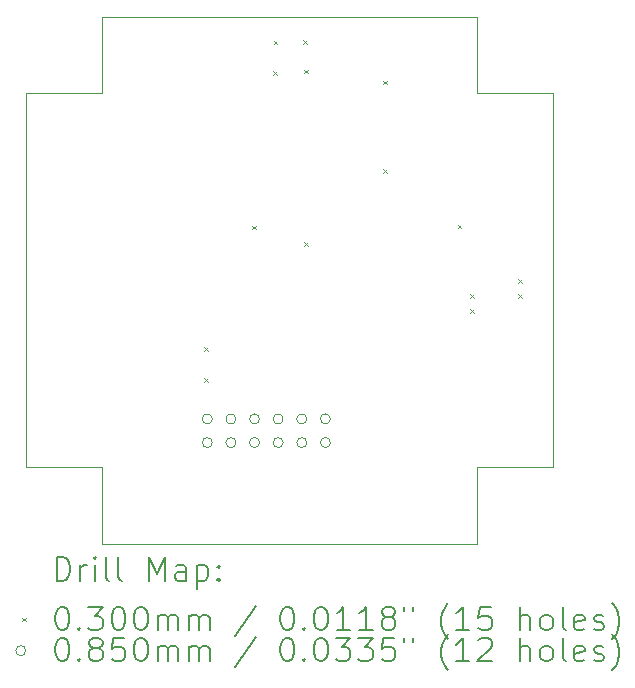
<source format=gbr>
%TF.GenerationSoftware,KiCad,Pcbnew,8.0.8*%
%TF.CreationDate,2025-05-27T15:12:43+02:00*%
%TF.ProjectId,gFocus,67466f63-7573-42e6-9b69-6361645f7063,rev?*%
%TF.SameCoordinates,Original*%
%TF.FileFunction,Drillmap*%
%TF.FilePolarity,Positive*%
%FSLAX45Y45*%
G04 Gerber Fmt 4.5, Leading zero omitted, Abs format (unit mm)*
G04 Created by KiCad (PCBNEW 8.0.8) date 2025-05-27 15:12:43*
%MOMM*%
%LPD*%
G01*
G04 APERTURE LIST*
%ADD10C,0.050000*%
%ADD11C,0.200000*%
%ADD12C,0.100000*%
G04 APERTURE END LIST*
D10*
X16175000Y-11995000D02*
X16175000Y-11350000D01*
X16820000Y-8180000D02*
X16820000Y-11350000D01*
X16175000Y-11350000D02*
X16820000Y-11350000D01*
X12360000Y-11350000D02*
X12360000Y-8180000D01*
X13005000Y-7535000D02*
X16175000Y-7535000D01*
X16820000Y-8180000D02*
X16175000Y-8180000D01*
X16175000Y-7535000D02*
X16175000Y-8180000D01*
X16175000Y-11995000D02*
X13005000Y-11995000D01*
X12360000Y-8180000D02*
X13005000Y-8180000D01*
X13005000Y-7535000D02*
X13005000Y-8180000D01*
X13005000Y-11995000D02*
X13005000Y-11350000D01*
X12360000Y-11350000D02*
X13005000Y-11350000D01*
D11*
D12*
X13867500Y-10335000D02*
X13897500Y-10365000D01*
X13897500Y-10335000D02*
X13867500Y-10365000D01*
X13868750Y-10595000D02*
X13898750Y-10625000D01*
X13898750Y-10595000D02*
X13868750Y-10625000D01*
X14275000Y-9305000D02*
X14305000Y-9335000D01*
X14305000Y-9305000D02*
X14275000Y-9335000D01*
X14455000Y-7995000D02*
X14485000Y-8025000D01*
X14485000Y-7995000D02*
X14455000Y-8025000D01*
X14457401Y-7737170D02*
X14487401Y-7767170D01*
X14487401Y-7737170D02*
X14457401Y-7767170D01*
X14705000Y-7735000D02*
X14735000Y-7765000D01*
X14735000Y-7735000D02*
X14705000Y-7765000D01*
X14715000Y-7985000D02*
X14745000Y-8015000D01*
X14745000Y-7985000D02*
X14715000Y-8015000D01*
X14715000Y-9445000D02*
X14745000Y-9475000D01*
X14745000Y-9445000D02*
X14715000Y-9475000D01*
X15385000Y-8075000D02*
X15415000Y-8105000D01*
X15415000Y-8075000D02*
X15385000Y-8105000D01*
X15385000Y-8825000D02*
X15415000Y-8855000D01*
X15415000Y-8825000D02*
X15385000Y-8855000D01*
X16015000Y-9295000D02*
X16045000Y-9325000D01*
X16045000Y-9295000D02*
X16015000Y-9325000D01*
X16118750Y-9885500D02*
X16148750Y-9915500D01*
X16148750Y-9885500D02*
X16118750Y-9915500D01*
X16118750Y-10012500D02*
X16148750Y-10042500D01*
X16148750Y-10012500D02*
X16118750Y-10042500D01*
X16525750Y-9756500D02*
X16555750Y-9786500D01*
X16555750Y-9756500D02*
X16525750Y-9786500D01*
X16527250Y-9885250D02*
X16557250Y-9915250D01*
X16557250Y-9885250D02*
X16527250Y-9915250D01*
X13937000Y-10940000D02*
G75*
G02*
X13852000Y-10940000I-42500J0D01*
G01*
X13852000Y-10940000D02*
G75*
G02*
X13937000Y-10940000I42500J0D01*
G01*
X13937000Y-11140000D02*
G75*
G02*
X13852000Y-11140000I-42500J0D01*
G01*
X13852000Y-11140000D02*
G75*
G02*
X13937000Y-11140000I42500J0D01*
G01*
X14137000Y-10940000D02*
G75*
G02*
X14052000Y-10940000I-42500J0D01*
G01*
X14052000Y-10940000D02*
G75*
G02*
X14137000Y-10940000I42500J0D01*
G01*
X14137000Y-11140000D02*
G75*
G02*
X14052000Y-11140000I-42500J0D01*
G01*
X14052000Y-11140000D02*
G75*
G02*
X14137000Y-11140000I42500J0D01*
G01*
X14337000Y-10940000D02*
G75*
G02*
X14252000Y-10940000I-42500J0D01*
G01*
X14252000Y-10940000D02*
G75*
G02*
X14337000Y-10940000I42500J0D01*
G01*
X14337000Y-11140000D02*
G75*
G02*
X14252000Y-11140000I-42500J0D01*
G01*
X14252000Y-11140000D02*
G75*
G02*
X14337000Y-11140000I42500J0D01*
G01*
X14537000Y-10940000D02*
G75*
G02*
X14452000Y-10940000I-42500J0D01*
G01*
X14452000Y-10940000D02*
G75*
G02*
X14537000Y-10940000I42500J0D01*
G01*
X14537000Y-11140000D02*
G75*
G02*
X14452000Y-11140000I-42500J0D01*
G01*
X14452000Y-11140000D02*
G75*
G02*
X14537000Y-11140000I42500J0D01*
G01*
X14737000Y-10940000D02*
G75*
G02*
X14652000Y-10940000I-42500J0D01*
G01*
X14652000Y-10940000D02*
G75*
G02*
X14737000Y-10940000I42500J0D01*
G01*
X14737000Y-11140000D02*
G75*
G02*
X14652000Y-11140000I-42500J0D01*
G01*
X14652000Y-11140000D02*
G75*
G02*
X14737000Y-11140000I42500J0D01*
G01*
X14937000Y-10940000D02*
G75*
G02*
X14852000Y-10940000I-42500J0D01*
G01*
X14852000Y-10940000D02*
G75*
G02*
X14937000Y-10940000I42500J0D01*
G01*
X14937000Y-11140000D02*
G75*
G02*
X14852000Y-11140000I-42500J0D01*
G01*
X14852000Y-11140000D02*
G75*
G02*
X14937000Y-11140000I42500J0D01*
G01*
D11*
X12618277Y-12308984D02*
X12618277Y-12108984D01*
X12618277Y-12108984D02*
X12665896Y-12108984D01*
X12665896Y-12108984D02*
X12694467Y-12118508D01*
X12694467Y-12118508D02*
X12713515Y-12137555D01*
X12713515Y-12137555D02*
X12723039Y-12156603D01*
X12723039Y-12156603D02*
X12732562Y-12194698D01*
X12732562Y-12194698D02*
X12732562Y-12223269D01*
X12732562Y-12223269D02*
X12723039Y-12261365D01*
X12723039Y-12261365D02*
X12713515Y-12280412D01*
X12713515Y-12280412D02*
X12694467Y-12299460D01*
X12694467Y-12299460D02*
X12665896Y-12308984D01*
X12665896Y-12308984D02*
X12618277Y-12308984D01*
X12818277Y-12308984D02*
X12818277Y-12175650D01*
X12818277Y-12213746D02*
X12827801Y-12194698D01*
X12827801Y-12194698D02*
X12837324Y-12185174D01*
X12837324Y-12185174D02*
X12856372Y-12175650D01*
X12856372Y-12175650D02*
X12875420Y-12175650D01*
X12942086Y-12308984D02*
X12942086Y-12175650D01*
X12942086Y-12108984D02*
X12932562Y-12118508D01*
X12932562Y-12118508D02*
X12942086Y-12128031D01*
X12942086Y-12128031D02*
X12951610Y-12118508D01*
X12951610Y-12118508D02*
X12942086Y-12108984D01*
X12942086Y-12108984D02*
X12942086Y-12128031D01*
X13065896Y-12308984D02*
X13046848Y-12299460D01*
X13046848Y-12299460D02*
X13037324Y-12280412D01*
X13037324Y-12280412D02*
X13037324Y-12108984D01*
X13170658Y-12308984D02*
X13151610Y-12299460D01*
X13151610Y-12299460D02*
X13142086Y-12280412D01*
X13142086Y-12280412D02*
X13142086Y-12108984D01*
X13399229Y-12308984D02*
X13399229Y-12108984D01*
X13399229Y-12108984D02*
X13465896Y-12251841D01*
X13465896Y-12251841D02*
X13532562Y-12108984D01*
X13532562Y-12108984D02*
X13532562Y-12308984D01*
X13713515Y-12308984D02*
X13713515Y-12204222D01*
X13713515Y-12204222D02*
X13703991Y-12185174D01*
X13703991Y-12185174D02*
X13684943Y-12175650D01*
X13684943Y-12175650D02*
X13646848Y-12175650D01*
X13646848Y-12175650D02*
X13627801Y-12185174D01*
X13713515Y-12299460D02*
X13694467Y-12308984D01*
X13694467Y-12308984D02*
X13646848Y-12308984D01*
X13646848Y-12308984D02*
X13627801Y-12299460D01*
X13627801Y-12299460D02*
X13618277Y-12280412D01*
X13618277Y-12280412D02*
X13618277Y-12261365D01*
X13618277Y-12261365D02*
X13627801Y-12242317D01*
X13627801Y-12242317D02*
X13646848Y-12232793D01*
X13646848Y-12232793D02*
X13694467Y-12232793D01*
X13694467Y-12232793D02*
X13713515Y-12223269D01*
X13808753Y-12175650D02*
X13808753Y-12375650D01*
X13808753Y-12185174D02*
X13827801Y-12175650D01*
X13827801Y-12175650D02*
X13865896Y-12175650D01*
X13865896Y-12175650D02*
X13884943Y-12185174D01*
X13884943Y-12185174D02*
X13894467Y-12194698D01*
X13894467Y-12194698D02*
X13903991Y-12213746D01*
X13903991Y-12213746D02*
X13903991Y-12270888D01*
X13903991Y-12270888D02*
X13894467Y-12289936D01*
X13894467Y-12289936D02*
X13884943Y-12299460D01*
X13884943Y-12299460D02*
X13865896Y-12308984D01*
X13865896Y-12308984D02*
X13827801Y-12308984D01*
X13827801Y-12308984D02*
X13808753Y-12299460D01*
X13989705Y-12289936D02*
X13999229Y-12299460D01*
X13999229Y-12299460D02*
X13989705Y-12308984D01*
X13989705Y-12308984D02*
X13980182Y-12299460D01*
X13980182Y-12299460D02*
X13989705Y-12289936D01*
X13989705Y-12289936D02*
X13989705Y-12308984D01*
X13989705Y-12185174D02*
X13999229Y-12194698D01*
X13999229Y-12194698D02*
X13989705Y-12204222D01*
X13989705Y-12204222D02*
X13980182Y-12194698D01*
X13980182Y-12194698D02*
X13989705Y-12185174D01*
X13989705Y-12185174D02*
X13989705Y-12204222D01*
D12*
X12327500Y-12622500D02*
X12357500Y-12652500D01*
X12357500Y-12622500D02*
X12327500Y-12652500D01*
D11*
X12656372Y-12528984D02*
X12675420Y-12528984D01*
X12675420Y-12528984D02*
X12694467Y-12538508D01*
X12694467Y-12538508D02*
X12703991Y-12548031D01*
X12703991Y-12548031D02*
X12713515Y-12567079D01*
X12713515Y-12567079D02*
X12723039Y-12605174D01*
X12723039Y-12605174D02*
X12723039Y-12652793D01*
X12723039Y-12652793D02*
X12713515Y-12690888D01*
X12713515Y-12690888D02*
X12703991Y-12709936D01*
X12703991Y-12709936D02*
X12694467Y-12719460D01*
X12694467Y-12719460D02*
X12675420Y-12728984D01*
X12675420Y-12728984D02*
X12656372Y-12728984D01*
X12656372Y-12728984D02*
X12637324Y-12719460D01*
X12637324Y-12719460D02*
X12627801Y-12709936D01*
X12627801Y-12709936D02*
X12618277Y-12690888D01*
X12618277Y-12690888D02*
X12608753Y-12652793D01*
X12608753Y-12652793D02*
X12608753Y-12605174D01*
X12608753Y-12605174D02*
X12618277Y-12567079D01*
X12618277Y-12567079D02*
X12627801Y-12548031D01*
X12627801Y-12548031D02*
X12637324Y-12538508D01*
X12637324Y-12538508D02*
X12656372Y-12528984D01*
X12808753Y-12709936D02*
X12818277Y-12719460D01*
X12818277Y-12719460D02*
X12808753Y-12728984D01*
X12808753Y-12728984D02*
X12799229Y-12719460D01*
X12799229Y-12719460D02*
X12808753Y-12709936D01*
X12808753Y-12709936D02*
X12808753Y-12728984D01*
X12884943Y-12528984D02*
X13008753Y-12528984D01*
X13008753Y-12528984D02*
X12942086Y-12605174D01*
X12942086Y-12605174D02*
X12970658Y-12605174D01*
X12970658Y-12605174D02*
X12989705Y-12614698D01*
X12989705Y-12614698D02*
X12999229Y-12624222D01*
X12999229Y-12624222D02*
X13008753Y-12643269D01*
X13008753Y-12643269D02*
X13008753Y-12690888D01*
X13008753Y-12690888D02*
X12999229Y-12709936D01*
X12999229Y-12709936D02*
X12989705Y-12719460D01*
X12989705Y-12719460D02*
X12970658Y-12728984D01*
X12970658Y-12728984D02*
X12913515Y-12728984D01*
X12913515Y-12728984D02*
X12894467Y-12719460D01*
X12894467Y-12719460D02*
X12884943Y-12709936D01*
X13132562Y-12528984D02*
X13151610Y-12528984D01*
X13151610Y-12528984D02*
X13170658Y-12538508D01*
X13170658Y-12538508D02*
X13180182Y-12548031D01*
X13180182Y-12548031D02*
X13189705Y-12567079D01*
X13189705Y-12567079D02*
X13199229Y-12605174D01*
X13199229Y-12605174D02*
X13199229Y-12652793D01*
X13199229Y-12652793D02*
X13189705Y-12690888D01*
X13189705Y-12690888D02*
X13180182Y-12709936D01*
X13180182Y-12709936D02*
X13170658Y-12719460D01*
X13170658Y-12719460D02*
X13151610Y-12728984D01*
X13151610Y-12728984D02*
X13132562Y-12728984D01*
X13132562Y-12728984D02*
X13113515Y-12719460D01*
X13113515Y-12719460D02*
X13103991Y-12709936D01*
X13103991Y-12709936D02*
X13094467Y-12690888D01*
X13094467Y-12690888D02*
X13084943Y-12652793D01*
X13084943Y-12652793D02*
X13084943Y-12605174D01*
X13084943Y-12605174D02*
X13094467Y-12567079D01*
X13094467Y-12567079D02*
X13103991Y-12548031D01*
X13103991Y-12548031D02*
X13113515Y-12538508D01*
X13113515Y-12538508D02*
X13132562Y-12528984D01*
X13323039Y-12528984D02*
X13342086Y-12528984D01*
X13342086Y-12528984D02*
X13361134Y-12538508D01*
X13361134Y-12538508D02*
X13370658Y-12548031D01*
X13370658Y-12548031D02*
X13380182Y-12567079D01*
X13380182Y-12567079D02*
X13389705Y-12605174D01*
X13389705Y-12605174D02*
X13389705Y-12652793D01*
X13389705Y-12652793D02*
X13380182Y-12690888D01*
X13380182Y-12690888D02*
X13370658Y-12709936D01*
X13370658Y-12709936D02*
X13361134Y-12719460D01*
X13361134Y-12719460D02*
X13342086Y-12728984D01*
X13342086Y-12728984D02*
X13323039Y-12728984D01*
X13323039Y-12728984D02*
X13303991Y-12719460D01*
X13303991Y-12719460D02*
X13294467Y-12709936D01*
X13294467Y-12709936D02*
X13284943Y-12690888D01*
X13284943Y-12690888D02*
X13275420Y-12652793D01*
X13275420Y-12652793D02*
X13275420Y-12605174D01*
X13275420Y-12605174D02*
X13284943Y-12567079D01*
X13284943Y-12567079D02*
X13294467Y-12548031D01*
X13294467Y-12548031D02*
X13303991Y-12538508D01*
X13303991Y-12538508D02*
X13323039Y-12528984D01*
X13475420Y-12728984D02*
X13475420Y-12595650D01*
X13475420Y-12614698D02*
X13484943Y-12605174D01*
X13484943Y-12605174D02*
X13503991Y-12595650D01*
X13503991Y-12595650D02*
X13532563Y-12595650D01*
X13532563Y-12595650D02*
X13551610Y-12605174D01*
X13551610Y-12605174D02*
X13561134Y-12624222D01*
X13561134Y-12624222D02*
X13561134Y-12728984D01*
X13561134Y-12624222D02*
X13570658Y-12605174D01*
X13570658Y-12605174D02*
X13589705Y-12595650D01*
X13589705Y-12595650D02*
X13618277Y-12595650D01*
X13618277Y-12595650D02*
X13637324Y-12605174D01*
X13637324Y-12605174D02*
X13646848Y-12624222D01*
X13646848Y-12624222D02*
X13646848Y-12728984D01*
X13742086Y-12728984D02*
X13742086Y-12595650D01*
X13742086Y-12614698D02*
X13751610Y-12605174D01*
X13751610Y-12605174D02*
X13770658Y-12595650D01*
X13770658Y-12595650D02*
X13799229Y-12595650D01*
X13799229Y-12595650D02*
X13818277Y-12605174D01*
X13818277Y-12605174D02*
X13827801Y-12624222D01*
X13827801Y-12624222D02*
X13827801Y-12728984D01*
X13827801Y-12624222D02*
X13837324Y-12605174D01*
X13837324Y-12605174D02*
X13856372Y-12595650D01*
X13856372Y-12595650D02*
X13884943Y-12595650D01*
X13884943Y-12595650D02*
X13903991Y-12605174D01*
X13903991Y-12605174D02*
X13913515Y-12624222D01*
X13913515Y-12624222D02*
X13913515Y-12728984D01*
X14303991Y-12519460D02*
X14132563Y-12776603D01*
X14561134Y-12528984D02*
X14580182Y-12528984D01*
X14580182Y-12528984D02*
X14599229Y-12538508D01*
X14599229Y-12538508D02*
X14608753Y-12548031D01*
X14608753Y-12548031D02*
X14618277Y-12567079D01*
X14618277Y-12567079D02*
X14627801Y-12605174D01*
X14627801Y-12605174D02*
X14627801Y-12652793D01*
X14627801Y-12652793D02*
X14618277Y-12690888D01*
X14618277Y-12690888D02*
X14608753Y-12709936D01*
X14608753Y-12709936D02*
X14599229Y-12719460D01*
X14599229Y-12719460D02*
X14580182Y-12728984D01*
X14580182Y-12728984D02*
X14561134Y-12728984D01*
X14561134Y-12728984D02*
X14542086Y-12719460D01*
X14542086Y-12719460D02*
X14532563Y-12709936D01*
X14532563Y-12709936D02*
X14523039Y-12690888D01*
X14523039Y-12690888D02*
X14513515Y-12652793D01*
X14513515Y-12652793D02*
X14513515Y-12605174D01*
X14513515Y-12605174D02*
X14523039Y-12567079D01*
X14523039Y-12567079D02*
X14532563Y-12548031D01*
X14532563Y-12548031D02*
X14542086Y-12538508D01*
X14542086Y-12538508D02*
X14561134Y-12528984D01*
X14713515Y-12709936D02*
X14723039Y-12719460D01*
X14723039Y-12719460D02*
X14713515Y-12728984D01*
X14713515Y-12728984D02*
X14703991Y-12719460D01*
X14703991Y-12719460D02*
X14713515Y-12709936D01*
X14713515Y-12709936D02*
X14713515Y-12728984D01*
X14846848Y-12528984D02*
X14865896Y-12528984D01*
X14865896Y-12528984D02*
X14884944Y-12538508D01*
X14884944Y-12538508D02*
X14894467Y-12548031D01*
X14894467Y-12548031D02*
X14903991Y-12567079D01*
X14903991Y-12567079D02*
X14913515Y-12605174D01*
X14913515Y-12605174D02*
X14913515Y-12652793D01*
X14913515Y-12652793D02*
X14903991Y-12690888D01*
X14903991Y-12690888D02*
X14894467Y-12709936D01*
X14894467Y-12709936D02*
X14884944Y-12719460D01*
X14884944Y-12719460D02*
X14865896Y-12728984D01*
X14865896Y-12728984D02*
X14846848Y-12728984D01*
X14846848Y-12728984D02*
X14827801Y-12719460D01*
X14827801Y-12719460D02*
X14818277Y-12709936D01*
X14818277Y-12709936D02*
X14808753Y-12690888D01*
X14808753Y-12690888D02*
X14799229Y-12652793D01*
X14799229Y-12652793D02*
X14799229Y-12605174D01*
X14799229Y-12605174D02*
X14808753Y-12567079D01*
X14808753Y-12567079D02*
X14818277Y-12548031D01*
X14818277Y-12548031D02*
X14827801Y-12538508D01*
X14827801Y-12538508D02*
X14846848Y-12528984D01*
X15103991Y-12728984D02*
X14989706Y-12728984D01*
X15046848Y-12728984D02*
X15046848Y-12528984D01*
X15046848Y-12528984D02*
X15027801Y-12557555D01*
X15027801Y-12557555D02*
X15008753Y-12576603D01*
X15008753Y-12576603D02*
X14989706Y-12586127D01*
X15294467Y-12728984D02*
X15180182Y-12728984D01*
X15237325Y-12728984D02*
X15237325Y-12528984D01*
X15237325Y-12528984D02*
X15218277Y-12557555D01*
X15218277Y-12557555D02*
X15199229Y-12576603D01*
X15199229Y-12576603D02*
X15180182Y-12586127D01*
X15408753Y-12614698D02*
X15389706Y-12605174D01*
X15389706Y-12605174D02*
X15380182Y-12595650D01*
X15380182Y-12595650D02*
X15370658Y-12576603D01*
X15370658Y-12576603D02*
X15370658Y-12567079D01*
X15370658Y-12567079D02*
X15380182Y-12548031D01*
X15380182Y-12548031D02*
X15389706Y-12538508D01*
X15389706Y-12538508D02*
X15408753Y-12528984D01*
X15408753Y-12528984D02*
X15446848Y-12528984D01*
X15446848Y-12528984D02*
X15465896Y-12538508D01*
X15465896Y-12538508D02*
X15475420Y-12548031D01*
X15475420Y-12548031D02*
X15484944Y-12567079D01*
X15484944Y-12567079D02*
X15484944Y-12576603D01*
X15484944Y-12576603D02*
X15475420Y-12595650D01*
X15475420Y-12595650D02*
X15465896Y-12605174D01*
X15465896Y-12605174D02*
X15446848Y-12614698D01*
X15446848Y-12614698D02*
X15408753Y-12614698D01*
X15408753Y-12614698D02*
X15389706Y-12624222D01*
X15389706Y-12624222D02*
X15380182Y-12633746D01*
X15380182Y-12633746D02*
X15370658Y-12652793D01*
X15370658Y-12652793D02*
X15370658Y-12690888D01*
X15370658Y-12690888D02*
X15380182Y-12709936D01*
X15380182Y-12709936D02*
X15389706Y-12719460D01*
X15389706Y-12719460D02*
X15408753Y-12728984D01*
X15408753Y-12728984D02*
X15446848Y-12728984D01*
X15446848Y-12728984D02*
X15465896Y-12719460D01*
X15465896Y-12719460D02*
X15475420Y-12709936D01*
X15475420Y-12709936D02*
X15484944Y-12690888D01*
X15484944Y-12690888D02*
X15484944Y-12652793D01*
X15484944Y-12652793D02*
X15475420Y-12633746D01*
X15475420Y-12633746D02*
X15465896Y-12624222D01*
X15465896Y-12624222D02*
X15446848Y-12614698D01*
X15561134Y-12528984D02*
X15561134Y-12567079D01*
X15637325Y-12528984D02*
X15637325Y-12567079D01*
X15932563Y-12805174D02*
X15923039Y-12795650D01*
X15923039Y-12795650D02*
X15903991Y-12767079D01*
X15903991Y-12767079D02*
X15894468Y-12748031D01*
X15894468Y-12748031D02*
X15884944Y-12719460D01*
X15884944Y-12719460D02*
X15875420Y-12671841D01*
X15875420Y-12671841D02*
X15875420Y-12633746D01*
X15875420Y-12633746D02*
X15884944Y-12586127D01*
X15884944Y-12586127D02*
X15894468Y-12557555D01*
X15894468Y-12557555D02*
X15903991Y-12538508D01*
X15903991Y-12538508D02*
X15923039Y-12509936D01*
X15923039Y-12509936D02*
X15932563Y-12500412D01*
X16113515Y-12728984D02*
X15999229Y-12728984D01*
X16056372Y-12728984D02*
X16056372Y-12528984D01*
X16056372Y-12528984D02*
X16037325Y-12557555D01*
X16037325Y-12557555D02*
X16018277Y-12576603D01*
X16018277Y-12576603D02*
X15999229Y-12586127D01*
X16294468Y-12528984D02*
X16199229Y-12528984D01*
X16199229Y-12528984D02*
X16189706Y-12624222D01*
X16189706Y-12624222D02*
X16199229Y-12614698D01*
X16199229Y-12614698D02*
X16218277Y-12605174D01*
X16218277Y-12605174D02*
X16265896Y-12605174D01*
X16265896Y-12605174D02*
X16284944Y-12614698D01*
X16284944Y-12614698D02*
X16294468Y-12624222D01*
X16294468Y-12624222D02*
X16303991Y-12643269D01*
X16303991Y-12643269D02*
X16303991Y-12690888D01*
X16303991Y-12690888D02*
X16294468Y-12709936D01*
X16294468Y-12709936D02*
X16284944Y-12719460D01*
X16284944Y-12719460D02*
X16265896Y-12728984D01*
X16265896Y-12728984D02*
X16218277Y-12728984D01*
X16218277Y-12728984D02*
X16199229Y-12719460D01*
X16199229Y-12719460D02*
X16189706Y-12709936D01*
X16542087Y-12728984D02*
X16542087Y-12528984D01*
X16627801Y-12728984D02*
X16627801Y-12624222D01*
X16627801Y-12624222D02*
X16618277Y-12605174D01*
X16618277Y-12605174D02*
X16599230Y-12595650D01*
X16599230Y-12595650D02*
X16570658Y-12595650D01*
X16570658Y-12595650D02*
X16551610Y-12605174D01*
X16551610Y-12605174D02*
X16542087Y-12614698D01*
X16751610Y-12728984D02*
X16732563Y-12719460D01*
X16732563Y-12719460D02*
X16723039Y-12709936D01*
X16723039Y-12709936D02*
X16713515Y-12690888D01*
X16713515Y-12690888D02*
X16713515Y-12633746D01*
X16713515Y-12633746D02*
X16723039Y-12614698D01*
X16723039Y-12614698D02*
X16732563Y-12605174D01*
X16732563Y-12605174D02*
X16751610Y-12595650D01*
X16751610Y-12595650D02*
X16780182Y-12595650D01*
X16780182Y-12595650D02*
X16799230Y-12605174D01*
X16799230Y-12605174D02*
X16808753Y-12614698D01*
X16808753Y-12614698D02*
X16818277Y-12633746D01*
X16818277Y-12633746D02*
X16818277Y-12690888D01*
X16818277Y-12690888D02*
X16808753Y-12709936D01*
X16808753Y-12709936D02*
X16799230Y-12719460D01*
X16799230Y-12719460D02*
X16780182Y-12728984D01*
X16780182Y-12728984D02*
X16751610Y-12728984D01*
X16932563Y-12728984D02*
X16913515Y-12719460D01*
X16913515Y-12719460D02*
X16903992Y-12700412D01*
X16903992Y-12700412D02*
X16903992Y-12528984D01*
X17084944Y-12719460D02*
X17065896Y-12728984D01*
X17065896Y-12728984D02*
X17027801Y-12728984D01*
X17027801Y-12728984D02*
X17008753Y-12719460D01*
X17008753Y-12719460D02*
X16999230Y-12700412D01*
X16999230Y-12700412D02*
X16999230Y-12624222D01*
X16999230Y-12624222D02*
X17008753Y-12605174D01*
X17008753Y-12605174D02*
X17027801Y-12595650D01*
X17027801Y-12595650D02*
X17065896Y-12595650D01*
X17065896Y-12595650D02*
X17084944Y-12605174D01*
X17084944Y-12605174D02*
X17094468Y-12624222D01*
X17094468Y-12624222D02*
X17094468Y-12643269D01*
X17094468Y-12643269D02*
X16999230Y-12662317D01*
X17170658Y-12719460D02*
X17189706Y-12728984D01*
X17189706Y-12728984D02*
X17227801Y-12728984D01*
X17227801Y-12728984D02*
X17246849Y-12719460D01*
X17246849Y-12719460D02*
X17256373Y-12700412D01*
X17256373Y-12700412D02*
X17256373Y-12690888D01*
X17256373Y-12690888D02*
X17246849Y-12671841D01*
X17246849Y-12671841D02*
X17227801Y-12662317D01*
X17227801Y-12662317D02*
X17199230Y-12662317D01*
X17199230Y-12662317D02*
X17180182Y-12652793D01*
X17180182Y-12652793D02*
X17170658Y-12633746D01*
X17170658Y-12633746D02*
X17170658Y-12624222D01*
X17170658Y-12624222D02*
X17180182Y-12605174D01*
X17180182Y-12605174D02*
X17199230Y-12595650D01*
X17199230Y-12595650D02*
X17227801Y-12595650D01*
X17227801Y-12595650D02*
X17246849Y-12605174D01*
X17323039Y-12805174D02*
X17332563Y-12795650D01*
X17332563Y-12795650D02*
X17351611Y-12767079D01*
X17351611Y-12767079D02*
X17361134Y-12748031D01*
X17361134Y-12748031D02*
X17370658Y-12719460D01*
X17370658Y-12719460D02*
X17380182Y-12671841D01*
X17380182Y-12671841D02*
X17380182Y-12633746D01*
X17380182Y-12633746D02*
X17370658Y-12586127D01*
X17370658Y-12586127D02*
X17361134Y-12557555D01*
X17361134Y-12557555D02*
X17351611Y-12538508D01*
X17351611Y-12538508D02*
X17332563Y-12509936D01*
X17332563Y-12509936D02*
X17323039Y-12500412D01*
D12*
X12357500Y-12901500D02*
G75*
G02*
X12272500Y-12901500I-42500J0D01*
G01*
X12272500Y-12901500D02*
G75*
G02*
X12357500Y-12901500I42500J0D01*
G01*
D11*
X12656372Y-12792984D02*
X12675420Y-12792984D01*
X12675420Y-12792984D02*
X12694467Y-12802508D01*
X12694467Y-12802508D02*
X12703991Y-12812031D01*
X12703991Y-12812031D02*
X12713515Y-12831079D01*
X12713515Y-12831079D02*
X12723039Y-12869174D01*
X12723039Y-12869174D02*
X12723039Y-12916793D01*
X12723039Y-12916793D02*
X12713515Y-12954888D01*
X12713515Y-12954888D02*
X12703991Y-12973936D01*
X12703991Y-12973936D02*
X12694467Y-12983460D01*
X12694467Y-12983460D02*
X12675420Y-12992984D01*
X12675420Y-12992984D02*
X12656372Y-12992984D01*
X12656372Y-12992984D02*
X12637324Y-12983460D01*
X12637324Y-12983460D02*
X12627801Y-12973936D01*
X12627801Y-12973936D02*
X12618277Y-12954888D01*
X12618277Y-12954888D02*
X12608753Y-12916793D01*
X12608753Y-12916793D02*
X12608753Y-12869174D01*
X12608753Y-12869174D02*
X12618277Y-12831079D01*
X12618277Y-12831079D02*
X12627801Y-12812031D01*
X12627801Y-12812031D02*
X12637324Y-12802508D01*
X12637324Y-12802508D02*
X12656372Y-12792984D01*
X12808753Y-12973936D02*
X12818277Y-12983460D01*
X12818277Y-12983460D02*
X12808753Y-12992984D01*
X12808753Y-12992984D02*
X12799229Y-12983460D01*
X12799229Y-12983460D02*
X12808753Y-12973936D01*
X12808753Y-12973936D02*
X12808753Y-12992984D01*
X12932562Y-12878698D02*
X12913515Y-12869174D01*
X12913515Y-12869174D02*
X12903991Y-12859650D01*
X12903991Y-12859650D02*
X12894467Y-12840603D01*
X12894467Y-12840603D02*
X12894467Y-12831079D01*
X12894467Y-12831079D02*
X12903991Y-12812031D01*
X12903991Y-12812031D02*
X12913515Y-12802508D01*
X12913515Y-12802508D02*
X12932562Y-12792984D01*
X12932562Y-12792984D02*
X12970658Y-12792984D01*
X12970658Y-12792984D02*
X12989705Y-12802508D01*
X12989705Y-12802508D02*
X12999229Y-12812031D01*
X12999229Y-12812031D02*
X13008753Y-12831079D01*
X13008753Y-12831079D02*
X13008753Y-12840603D01*
X13008753Y-12840603D02*
X12999229Y-12859650D01*
X12999229Y-12859650D02*
X12989705Y-12869174D01*
X12989705Y-12869174D02*
X12970658Y-12878698D01*
X12970658Y-12878698D02*
X12932562Y-12878698D01*
X12932562Y-12878698D02*
X12913515Y-12888222D01*
X12913515Y-12888222D02*
X12903991Y-12897746D01*
X12903991Y-12897746D02*
X12894467Y-12916793D01*
X12894467Y-12916793D02*
X12894467Y-12954888D01*
X12894467Y-12954888D02*
X12903991Y-12973936D01*
X12903991Y-12973936D02*
X12913515Y-12983460D01*
X12913515Y-12983460D02*
X12932562Y-12992984D01*
X12932562Y-12992984D02*
X12970658Y-12992984D01*
X12970658Y-12992984D02*
X12989705Y-12983460D01*
X12989705Y-12983460D02*
X12999229Y-12973936D01*
X12999229Y-12973936D02*
X13008753Y-12954888D01*
X13008753Y-12954888D02*
X13008753Y-12916793D01*
X13008753Y-12916793D02*
X12999229Y-12897746D01*
X12999229Y-12897746D02*
X12989705Y-12888222D01*
X12989705Y-12888222D02*
X12970658Y-12878698D01*
X13189705Y-12792984D02*
X13094467Y-12792984D01*
X13094467Y-12792984D02*
X13084943Y-12888222D01*
X13084943Y-12888222D02*
X13094467Y-12878698D01*
X13094467Y-12878698D02*
X13113515Y-12869174D01*
X13113515Y-12869174D02*
X13161134Y-12869174D01*
X13161134Y-12869174D02*
X13180182Y-12878698D01*
X13180182Y-12878698D02*
X13189705Y-12888222D01*
X13189705Y-12888222D02*
X13199229Y-12907269D01*
X13199229Y-12907269D02*
X13199229Y-12954888D01*
X13199229Y-12954888D02*
X13189705Y-12973936D01*
X13189705Y-12973936D02*
X13180182Y-12983460D01*
X13180182Y-12983460D02*
X13161134Y-12992984D01*
X13161134Y-12992984D02*
X13113515Y-12992984D01*
X13113515Y-12992984D02*
X13094467Y-12983460D01*
X13094467Y-12983460D02*
X13084943Y-12973936D01*
X13323039Y-12792984D02*
X13342086Y-12792984D01*
X13342086Y-12792984D02*
X13361134Y-12802508D01*
X13361134Y-12802508D02*
X13370658Y-12812031D01*
X13370658Y-12812031D02*
X13380182Y-12831079D01*
X13380182Y-12831079D02*
X13389705Y-12869174D01*
X13389705Y-12869174D02*
X13389705Y-12916793D01*
X13389705Y-12916793D02*
X13380182Y-12954888D01*
X13380182Y-12954888D02*
X13370658Y-12973936D01*
X13370658Y-12973936D02*
X13361134Y-12983460D01*
X13361134Y-12983460D02*
X13342086Y-12992984D01*
X13342086Y-12992984D02*
X13323039Y-12992984D01*
X13323039Y-12992984D02*
X13303991Y-12983460D01*
X13303991Y-12983460D02*
X13294467Y-12973936D01*
X13294467Y-12973936D02*
X13284943Y-12954888D01*
X13284943Y-12954888D02*
X13275420Y-12916793D01*
X13275420Y-12916793D02*
X13275420Y-12869174D01*
X13275420Y-12869174D02*
X13284943Y-12831079D01*
X13284943Y-12831079D02*
X13294467Y-12812031D01*
X13294467Y-12812031D02*
X13303991Y-12802508D01*
X13303991Y-12802508D02*
X13323039Y-12792984D01*
X13475420Y-12992984D02*
X13475420Y-12859650D01*
X13475420Y-12878698D02*
X13484943Y-12869174D01*
X13484943Y-12869174D02*
X13503991Y-12859650D01*
X13503991Y-12859650D02*
X13532563Y-12859650D01*
X13532563Y-12859650D02*
X13551610Y-12869174D01*
X13551610Y-12869174D02*
X13561134Y-12888222D01*
X13561134Y-12888222D02*
X13561134Y-12992984D01*
X13561134Y-12888222D02*
X13570658Y-12869174D01*
X13570658Y-12869174D02*
X13589705Y-12859650D01*
X13589705Y-12859650D02*
X13618277Y-12859650D01*
X13618277Y-12859650D02*
X13637324Y-12869174D01*
X13637324Y-12869174D02*
X13646848Y-12888222D01*
X13646848Y-12888222D02*
X13646848Y-12992984D01*
X13742086Y-12992984D02*
X13742086Y-12859650D01*
X13742086Y-12878698D02*
X13751610Y-12869174D01*
X13751610Y-12869174D02*
X13770658Y-12859650D01*
X13770658Y-12859650D02*
X13799229Y-12859650D01*
X13799229Y-12859650D02*
X13818277Y-12869174D01*
X13818277Y-12869174D02*
X13827801Y-12888222D01*
X13827801Y-12888222D02*
X13827801Y-12992984D01*
X13827801Y-12888222D02*
X13837324Y-12869174D01*
X13837324Y-12869174D02*
X13856372Y-12859650D01*
X13856372Y-12859650D02*
X13884943Y-12859650D01*
X13884943Y-12859650D02*
X13903991Y-12869174D01*
X13903991Y-12869174D02*
X13913515Y-12888222D01*
X13913515Y-12888222D02*
X13913515Y-12992984D01*
X14303991Y-12783460D02*
X14132563Y-13040603D01*
X14561134Y-12792984D02*
X14580182Y-12792984D01*
X14580182Y-12792984D02*
X14599229Y-12802508D01*
X14599229Y-12802508D02*
X14608753Y-12812031D01*
X14608753Y-12812031D02*
X14618277Y-12831079D01*
X14618277Y-12831079D02*
X14627801Y-12869174D01*
X14627801Y-12869174D02*
X14627801Y-12916793D01*
X14627801Y-12916793D02*
X14618277Y-12954888D01*
X14618277Y-12954888D02*
X14608753Y-12973936D01*
X14608753Y-12973936D02*
X14599229Y-12983460D01*
X14599229Y-12983460D02*
X14580182Y-12992984D01*
X14580182Y-12992984D02*
X14561134Y-12992984D01*
X14561134Y-12992984D02*
X14542086Y-12983460D01*
X14542086Y-12983460D02*
X14532563Y-12973936D01*
X14532563Y-12973936D02*
X14523039Y-12954888D01*
X14523039Y-12954888D02*
X14513515Y-12916793D01*
X14513515Y-12916793D02*
X14513515Y-12869174D01*
X14513515Y-12869174D02*
X14523039Y-12831079D01*
X14523039Y-12831079D02*
X14532563Y-12812031D01*
X14532563Y-12812031D02*
X14542086Y-12802508D01*
X14542086Y-12802508D02*
X14561134Y-12792984D01*
X14713515Y-12973936D02*
X14723039Y-12983460D01*
X14723039Y-12983460D02*
X14713515Y-12992984D01*
X14713515Y-12992984D02*
X14703991Y-12983460D01*
X14703991Y-12983460D02*
X14713515Y-12973936D01*
X14713515Y-12973936D02*
X14713515Y-12992984D01*
X14846848Y-12792984D02*
X14865896Y-12792984D01*
X14865896Y-12792984D02*
X14884944Y-12802508D01*
X14884944Y-12802508D02*
X14894467Y-12812031D01*
X14894467Y-12812031D02*
X14903991Y-12831079D01*
X14903991Y-12831079D02*
X14913515Y-12869174D01*
X14913515Y-12869174D02*
X14913515Y-12916793D01*
X14913515Y-12916793D02*
X14903991Y-12954888D01*
X14903991Y-12954888D02*
X14894467Y-12973936D01*
X14894467Y-12973936D02*
X14884944Y-12983460D01*
X14884944Y-12983460D02*
X14865896Y-12992984D01*
X14865896Y-12992984D02*
X14846848Y-12992984D01*
X14846848Y-12992984D02*
X14827801Y-12983460D01*
X14827801Y-12983460D02*
X14818277Y-12973936D01*
X14818277Y-12973936D02*
X14808753Y-12954888D01*
X14808753Y-12954888D02*
X14799229Y-12916793D01*
X14799229Y-12916793D02*
X14799229Y-12869174D01*
X14799229Y-12869174D02*
X14808753Y-12831079D01*
X14808753Y-12831079D02*
X14818277Y-12812031D01*
X14818277Y-12812031D02*
X14827801Y-12802508D01*
X14827801Y-12802508D02*
X14846848Y-12792984D01*
X14980182Y-12792984D02*
X15103991Y-12792984D01*
X15103991Y-12792984D02*
X15037325Y-12869174D01*
X15037325Y-12869174D02*
X15065896Y-12869174D01*
X15065896Y-12869174D02*
X15084944Y-12878698D01*
X15084944Y-12878698D02*
X15094467Y-12888222D01*
X15094467Y-12888222D02*
X15103991Y-12907269D01*
X15103991Y-12907269D02*
X15103991Y-12954888D01*
X15103991Y-12954888D02*
X15094467Y-12973936D01*
X15094467Y-12973936D02*
X15084944Y-12983460D01*
X15084944Y-12983460D02*
X15065896Y-12992984D01*
X15065896Y-12992984D02*
X15008753Y-12992984D01*
X15008753Y-12992984D02*
X14989706Y-12983460D01*
X14989706Y-12983460D02*
X14980182Y-12973936D01*
X15170658Y-12792984D02*
X15294467Y-12792984D01*
X15294467Y-12792984D02*
X15227801Y-12869174D01*
X15227801Y-12869174D02*
X15256372Y-12869174D01*
X15256372Y-12869174D02*
X15275420Y-12878698D01*
X15275420Y-12878698D02*
X15284944Y-12888222D01*
X15284944Y-12888222D02*
X15294467Y-12907269D01*
X15294467Y-12907269D02*
X15294467Y-12954888D01*
X15294467Y-12954888D02*
X15284944Y-12973936D01*
X15284944Y-12973936D02*
X15275420Y-12983460D01*
X15275420Y-12983460D02*
X15256372Y-12992984D01*
X15256372Y-12992984D02*
X15199229Y-12992984D01*
X15199229Y-12992984D02*
X15180182Y-12983460D01*
X15180182Y-12983460D02*
X15170658Y-12973936D01*
X15475420Y-12792984D02*
X15380182Y-12792984D01*
X15380182Y-12792984D02*
X15370658Y-12888222D01*
X15370658Y-12888222D02*
X15380182Y-12878698D01*
X15380182Y-12878698D02*
X15399229Y-12869174D01*
X15399229Y-12869174D02*
X15446848Y-12869174D01*
X15446848Y-12869174D02*
X15465896Y-12878698D01*
X15465896Y-12878698D02*
X15475420Y-12888222D01*
X15475420Y-12888222D02*
X15484944Y-12907269D01*
X15484944Y-12907269D02*
X15484944Y-12954888D01*
X15484944Y-12954888D02*
X15475420Y-12973936D01*
X15475420Y-12973936D02*
X15465896Y-12983460D01*
X15465896Y-12983460D02*
X15446848Y-12992984D01*
X15446848Y-12992984D02*
X15399229Y-12992984D01*
X15399229Y-12992984D02*
X15380182Y-12983460D01*
X15380182Y-12983460D02*
X15370658Y-12973936D01*
X15561134Y-12792984D02*
X15561134Y-12831079D01*
X15637325Y-12792984D02*
X15637325Y-12831079D01*
X15932563Y-13069174D02*
X15923039Y-13059650D01*
X15923039Y-13059650D02*
X15903991Y-13031079D01*
X15903991Y-13031079D02*
X15894468Y-13012031D01*
X15894468Y-13012031D02*
X15884944Y-12983460D01*
X15884944Y-12983460D02*
X15875420Y-12935841D01*
X15875420Y-12935841D02*
X15875420Y-12897746D01*
X15875420Y-12897746D02*
X15884944Y-12850127D01*
X15884944Y-12850127D02*
X15894468Y-12821555D01*
X15894468Y-12821555D02*
X15903991Y-12802508D01*
X15903991Y-12802508D02*
X15923039Y-12773936D01*
X15923039Y-12773936D02*
X15932563Y-12764412D01*
X16113515Y-12992984D02*
X15999229Y-12992984D01*
X16056372Y-12992984D02*
X16056372Y-12792984D01*
X16056372Y-12792984D02*
X16037325Y-12821555D01*
X16037325Y-12821555D02*
X16018277Y-12840603D01*
X16018277Y-12840603D02*
X15999229Y-12850127D01*
X16189706Y-12812031D02*
X16199229Y-12802508D01*
X16199229Y-12802508D02*
X16218277Y-12792984D01*
X16218277Y-12792984D02*
X16265896Y-12792984D01*
X16265896Y-12792984D02*
X16284944Y-12802508D01*
X16284944Y-12802508D02*
X16294468Y-12812031D01*
X16294468Y-12812031D02*
X16303991Y-12831079D01*
X16303991Y-12831079D02*
X16303991Y-12850127D01*
X16303991Y-12850127D02*
X16294468Y-12878698D01*
X16294468Y-12878698D02*
X16180182Y-12992984D01*
X16180182Y-12992984D02*
X16303991Y-12992984D01*
X16542087Y-12992984D02*
X16542087Y-12792984D01*
X16627801Y-12992984D02*
X16627801Y-12888222D01*
X16627801Y-12888222D02*
X16618277Y-12869174D01*
X16618277Y-12869174D02*
X16599230Y-12859650D01*
X16599230Y-12859650D02*
X16570658Y-12859650D01*
X16570658Y-12859650D02*
X16551610Y-12869174D01*
X16551610Y-12869174D02*
X16542087Y-12878698D01*
X16751610Y-12992984D02*
X16732563Y-12983460D01*
X16732563Y-12983460D02*
X16723039Y-12973936D01*
X16723039Y-12973936D02*
X16713515Y-12954888D01*
X16713515Y-12954888D02*
X16713515Y-12897746D01*
X16713515Y-12897746D02*
X16723039Y-12878698D01*
X16723039Y-12878698D02*
X16732563Y-12869174D01*
X16732563Y-12869174D02*
X16751610Y-12859650D01*
X16751610Y-12859650D02*
X16780182Y-12859650D01*
X16780182Y-12859650D02*
X16799230Y-12869174D01*
X16799230Y-12869174D02*
X16808753Y-12878698D01*
X16808753Y-12878698D02*
X16818277Y-12897746D01*
X16818277Y-12897746D02*
X16818277Y-12954888D01*
X16818277Y-12954888D02*
X16808753Y-12973936D01*
X16808753Y-12973936D02*
X16799230Y-12983460D01*
X16799230Y-12983460D02*
X16780182Y-12992984D01*
X16780182Y-12992984D02*
X16751610Y-12992984D01*
X16932563Y-12992984D02*
X16913515Y-12983460D01*
X16913515Y-12983460D02*
X16903992Y-12964412D01*
X16903992Y-12964412D02*
X16903992Y-12792984D01*
X17084944Y-12983460D02*
X17065896Y-12992984D01*
X17065896Y-12992984D02*
X17027801Y-12992984D01*
X17027801Y-12992984D02*
X17008753Y-12983460D01*
X17008753Y-12983460D02*
X16999230Y-12964412D01*
X16999230Y-12964412D02*
X16999230Y-12888222D01*
X16999230Y-12888222D02*
X17008753Y-12869174D01*
X17008753Y-12869174D02*
X17027801Y-12859650D01*
X17027801Y-12859650D02*
X17065896Y-12859650D01*
X17065896Y-12859650D02*
X17084944Y-12869174D01*
X17084944Y-12869174D02*
X17094468Y-12888222D01*
X17094468Y-12888222D02*
X17094468Y-12907269D01*
X17094468Y-12907269D02*
X16999230Y-12926317D01*
X17170658Y-12983460D02*
X17189706Y-12992984D01*
X17189706Y-12992984D02*
X17227801Y-12992984D01*
X17227801Y-12992984D02*
X17246849Y-12983460D01*
X17246849Y-12983460D02*
X17256373Y-12964412D01*
X17256373Y-12964412D02*
X17256373Y-12954888D01*
X17256373Y-12954888D02*
X17246849Y-12935841D01*
X17246849Y-12935841D02*
X17227801Y-12926317D01*
X17227801Y-12926317D02*
X17199230Y-12926317D01*
X17199230Y-12926317D02*
X17180182Y-12916793D01*
X17180182Y-12916793D02*
X17170658Y-12897746D01*
X17170658Y-12897746D02*
X17170658Y-12888222D01*
X17170658Y-12888222D02*
X17180182Y-12869174D01*
X17180182Y-12869174D02*
X17199230Y-12859650D01*
X17199230Y-12859650D02*
X17227801Y-12859650D01*
X17227801Y-12859650D02*
X17246849Y-12869174D01*
X17323039Y-13069174D02*
X17332563Y-13059650D01*
X17332563Y-13059650D02*
X17351611Y-13031079D01*
X17351611Y-13031079D02*
X17361134Y-13012031D01*
X17361134Y-13012031D02*
X17370658Y-12983460D01*
X17370658Y-12983460D02*
X17380182Y-12935841D01*
X17380182Y-12935841D02*
X17380182Y-12897746D01*
X17380182Y-12897746D02*
X17370658Y-12850127D01*
X17370658Y-12850127D02*
X17361134Y-12821555D01*
X17361134Y-12821555D02*
X17351611Y-12802508D01*
X17351611Y-12802508D02*
X17332563Y-12773936D01*
X17332563Y-12773936D02*
X17323039Y-12764412D01*
M02*

</source>
